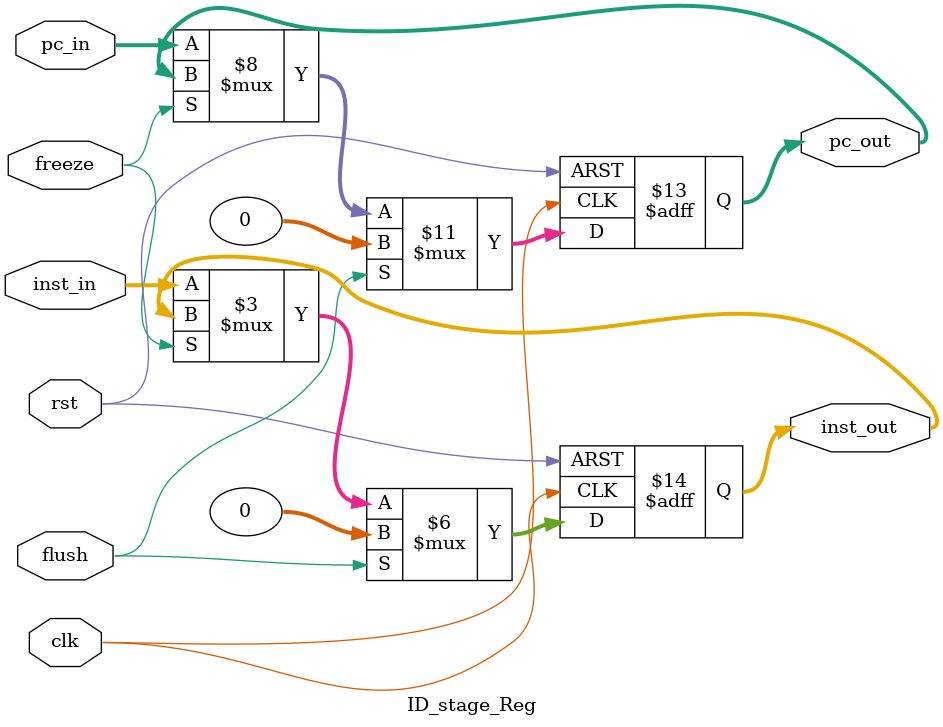
<source format=v>
module ID_stage_Reg(
    input clk, rst,
    input freeze,               // Pipeline stall signal
    input flush,                // Pipeline flush signal
    input [31:0] pc_in,        // PC from IF stage
    input [31:0] inst_in,      // Instruction from IF stage
    output reg [31:0] pc_out,  // PC to ID stage
    output reg [31:0] inst_out // Instruction to ID stage
);
    always @(posedge clk or posedge rst) begin
        if (rst) begin
            pc_out <= 32'b0;
            inst_out <= 32'b0;
        end
        else if (flush) begin
            pc_out <= 32'b0;
            inst_out <= 32'b0;
        end
        else if (~freeze) begin
            pc_out <= pc_in;
            inst_out <= inst_in;
        end
    end
endmodule
</source>
